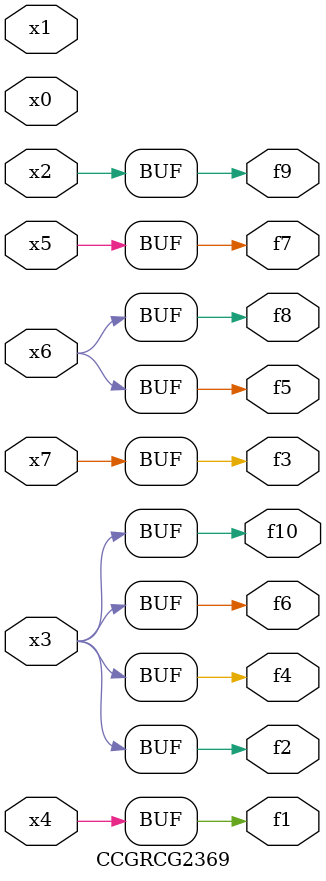
<source format=v>
module CCGRCG2369(
	input x0, x1, x2, x3, x4, x5, x6, x7,
	output f1, f2, f3, f4, f5, f6, f7, f8, f9, f10
);
	assign f1 = x4;
	assign f2 = x3;
	assign f3 = x7;
	assign f4 = x3;
	assign f5 = x6;
	assign f6 = x3;
	assign f7 = x5;
	assign f8 = x6;
	assign f9 = x2;
	assign f10 = x3;
endmodule

</source>
